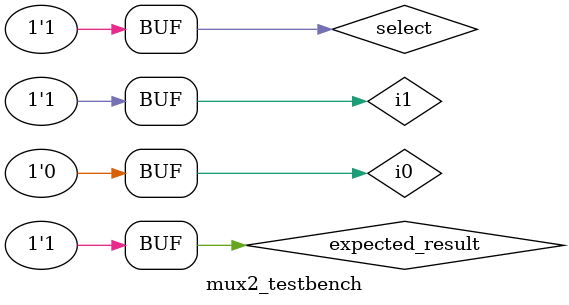
<source format=v>
`define DELAY 20
module mux2_testbench();
	reg i0, i1, select;
	reg expected_result;
    wire result;
	wire pass;
	
    mux2 test_mux2(result, i0, i1, select);
	xnor is_pass(pass, expected_result, result);
	
initial begin
	i0 = 1'b0; i1 = 1'b0; select=1'b0;
	expected_result = 1'b0;
#`DELAY;
	i0 = 1'b0; i1 = 1'b0; select=1'b1;
	expected_result = 1'b0;
#`DELAY;
	i0 = 1'b1; i1 = 1'b0; select=1'b0;
	expected_result = 1'b1;
#`DELAY;
	i0 = 1'b1; i1 = 1'b0; select=1'b1;
	expected_result = 1'b0;
#`DELAY;
	i0 = 1'b1; i1 = 1'b1; select=1'b0;
	expected_result = 1'b1;
#`DELAY;
	i0 = 1'b1; i1 = 1'b1; select=1'b1;
	expected_result = 1'b1;
#`DELAY;
	i0 = 1'b0; i1 = 1'b1; select=1'b0;
	expected_result = 1'b0;
#`DELAY;
	i0 = 1'b0; i1 = 1'b1; select=1'b1;
	expected_result = 1'b1;
end

initial begin
	$monitor("time=%2d, i0=%1b, i1=%1b, select=%1b, result=%1b, pass=%1b", $time, i0, i1, select, result, pass);
end

endmodule
	
</source>
